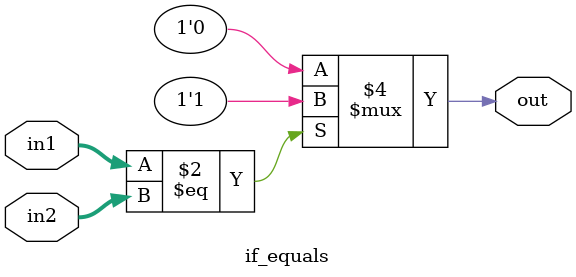
<source format=v>
module if_equals(in1,in2,out);

output reg out;

input [2:0] in1;

input [2:0] in2;

always@(in1,in2) begin
if(in1 == in2) begin
out = 1;
end else begin
out = 0;
end
end

endmodule
</source>
